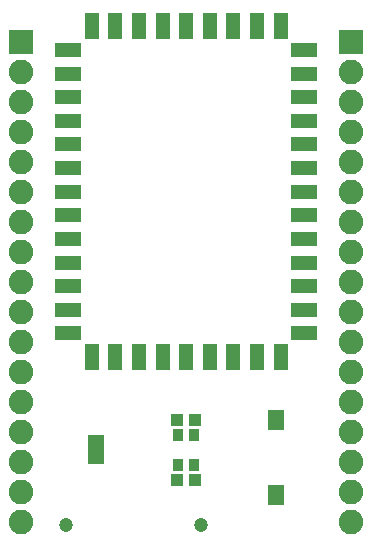
<source format=gbr>
G04 EAGLE Gerber RS-274X export*
G75*
%MOMM*%
%FSLAX34Y34*%
%LPD*%
%INSoldermask Top*%
%IPPOS*%
%AMOC8*
5,1,8,0,0,1.08239X$1,22.5*%
G01*
%ADD10R,2.203200X1.203200*%
%ADD11R,1.203200X2.203200*%
%ADD12R,2.082800X2.082800*%
%ADD13C,2.082800*%
%ADD14C,1.203200*%
%ADD15R,1.473200X0.838200*%
%ADD16R,0.903200X1.103200*%
%ADD17R,1.003200X1.003200*%


D10*
X52400Y414800D03*
X52400Y394800D03*
X52400Y374800D03*
X52400Y354800D03*
X52400Y334800D03*
X52400Y314800D03*
X52400Y294800D03*
X52400Y274800D03*
X52400Y254800D03*
X52400Y234800D03*
X52400Y214800D03*
X52400Y194800D03*
X52400Y174800D03*
D11*
X72400Y154800D03*
X92400Y154800D03*
X112400Y154800D03*
X132400Y154800D03*
X152400Y154800D03*
X172400Y154800D03*
X192400Y154800D03*
X212400Y154800D03*
X232400Y154800D03*
D10*
X252400Y174800D03*
X252400Y194800D03*
X252400Y214800D03*
X252400Y234800D03*
X252400Y254800D03*
X252400Y274800D03*
X252400Y294800D03*
X252400Y314800D03*
X252400Y334800D03*
X252400Y354800D03*
X252400Y374800D03*
X252400Y394800D03*
X252400Y414800D03*
D11*
X232400Y434800D03*
X212400Y434800D03*
X192400Y434800D03*
X172400Y434800D03*
X152400Y434800D03*
X132400Y434800D03*
X112400Y434800D03*
X92400Y434800D03*
X72400Y434800D03*
D12*
X12700Y421800D03*
D13*
X12700Y396400D03*
X12700Y371000D03*
X12700Y345600D03*
X12700Y320200D03*
X12700Y294800D03*
X12700Y269400D03*
X12700Y244000D03*
X12700Y218600D03*
X12700Y193200D03*
X12700Y167800D03*
X12700Y142400D03*
X12700Y117000D03*
X12700Y91600D03*
X12700Y66200D03*
X12700Y40800D03*
X12700Y15400D03*
D12*
X292100Y421800D03*
D13*
X292100Y396400D03*
X292100Y371000D03*
X292100Y345600D03*
X292100Y320200D03*
X292100Y294800D03*
X292100Y269400D03*
X292100Y244000D03*
X292100Y218600D03*
X292100Y193200D03*
X292100Y167800D03*
X292100Y142400D03*
X292100Y117000D03*
X292100Y91600D03*
X292100Y66200D03*
X292100Y40800D03*
X292100Y15400D03*
D14*
X50800Y12700D03*
X165100Y12700D03*
D15*
X228600Y106100D03*
X228600Y97100D03*
X228600Y42600D03*
X228600Y33600D03*
D16*
X145900Y88900D03*
X158900Y88900D03*
X145900Y63500D03*
X158900Y63500D03*
D17*
X144900Y101600D03*
X159900Y101600D03*
X144900Y50800D03*
X159900Y50800D03*
D15*
X76200Y68072D03*
X76200Y76200D03*
X76200Y84328D03*
M02*

</source>
